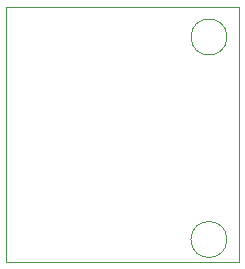
<source format=gbr>
G04 (created by PCBNEW (2013-07-07 BZR 4022)-stable) date 28/12/2014 00:49:19*
%MOIN*%
G04 Gerber Fmt 3.4, Leading zero omitted, Abs format*
%FSLAX34Y34*%
G01*
G70*
G90*
G04 APERTURE LIST*
%ADD10C,0.00590551*%
%ADD11C,0.00393701*%
G04 APERTURE END LIST*
G54D10*
G54D11*
X88100Y-68750D02*
G75*
G03X88100Y-68750I-600J0D01*
G74*
G01*
X88100Y-62000D02*
G75*
G03X88100Y-62000I-600J0D01*
G74*
G01*
X80750Y-69500D02*
X88500Y-69500D01*
X88500Y-61000D02*
X88500Y-69500D01*
X80750Y-61000D02*
X88500Y-61000D01*
X80750Y-61000D02*
X80750Y-69500D01*
M02*

</source>
